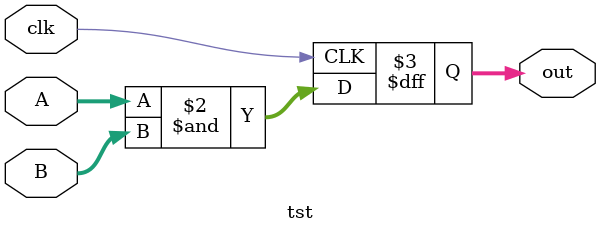
<source format=sv>
module tst (

input clk , 
input      [3:0] A , 
input      [3:0] B ,
output reg [3:0] out 
);



always @(posedge clk) begin
	out <= A & B ;
end

endmodule
</source>
